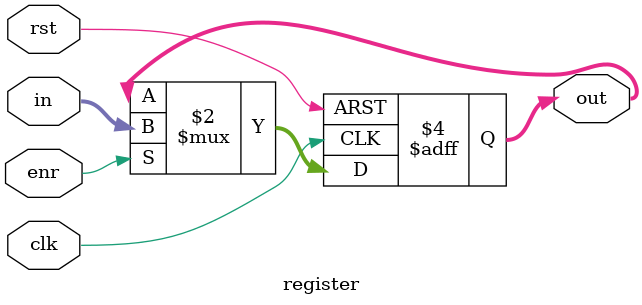
<source format=v>
module register (
    input wire clk,
    input wire rst,
    input wire enr,
    input wire [15:0] in,
    output reg [15:0] out
);

    always @(posedge clk or posedge rst) begin
        if (rst) begin
            out <= 16'b0;
        end else if (enr) begin
            out <= in;
        end
    end

endmodule


</source>
